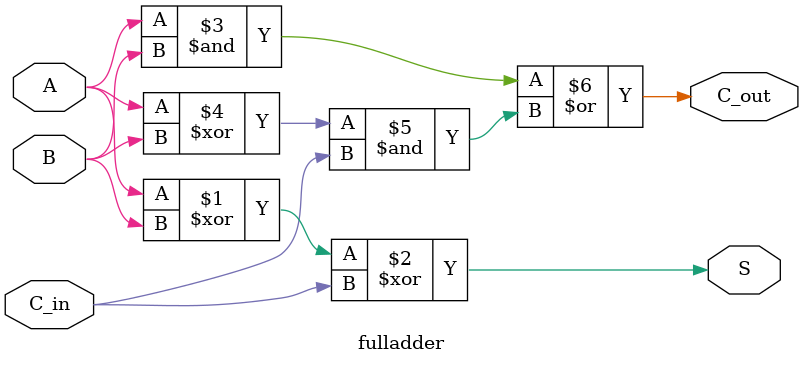
<source format=v>
module fulladder (
    input A, B, C_in,
    output C_out, S
);
    assign S = A ^ B ^ C_in;
    assign C_out = (A & B) | ((A^B) & C_in);
endmodule

</source>
